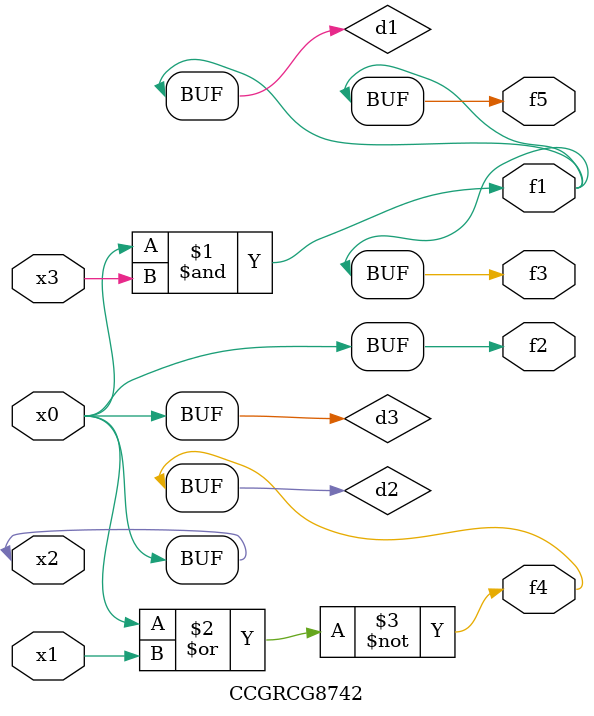
<source format=v>
module CCGRCG8742(
	input x0, x1, x2, x3,
	output f1, f2, f3, f4, f5
);

	wire d1, d2, d3;

	and (d1, x2, x3);
	nor (d2, x0, x1);
	buf (d3, x0, x2);
	assign f1 = d1;
	assign f2 = d3;
	assign f3 = d1;
	assign f4 = d2;
	assign f5 = d1;
endmodule

</source>
